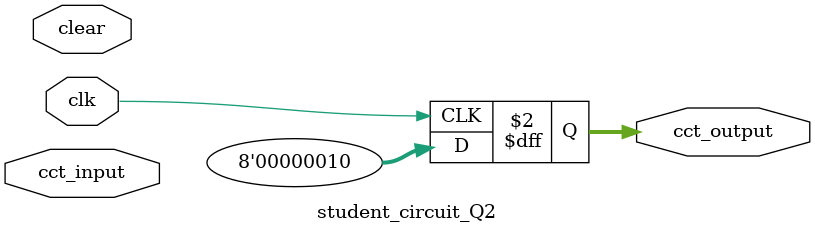
<source format=sv>
module student_circuit_Q2 (
	input wire        clk,
	input wire        clear,
	input wire  [7:0] cct_input,
	output reg  [7:0] cct_output
);


always @ (posedge clk)
	cct_output  = 8'H2;


endmodule

</source>
